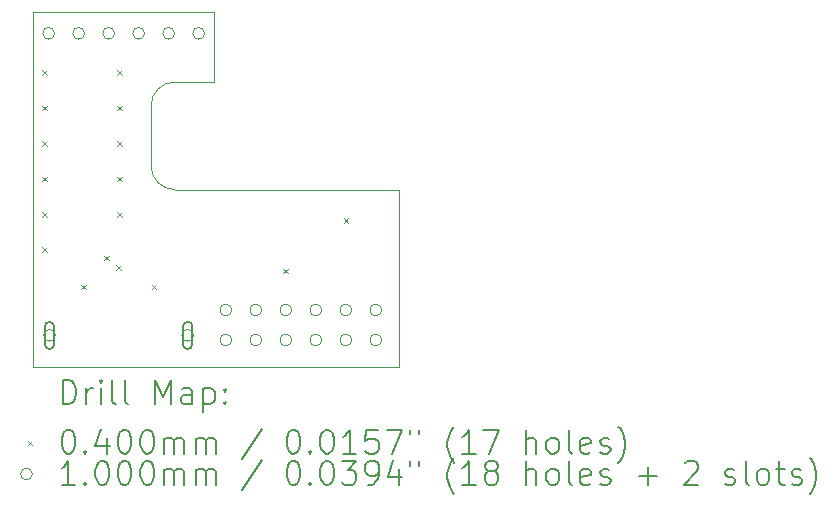
<source format=gbr>
%FSLAX45Y45*%
G04 Gerber Fmt 4.5, Leading zero omitted, Abs format (unit mm)*
G04 Created by KiCad (PCBNEW (6.0.4)) date 2022-03-24 17:43:12*
%MOMM*%
%LPD*%
G01*
G04 APERTURE LIST*
%TA.AperFunction,Profile*%
%ADD10C,0.100000*%
%TD*%
%ADD11C,0.200000*%
%ADD12C,0.040000*%
%ADD13C,0.100000*%
G04 APERTURE END LIST*
D10*
X14750000Y-10750000D02*
X14750000Y-11250000D01*
X14750000Y-10350000D02*
X14750000Y-9110000D01*
X16280000Y-8250000D02*
X14750000Y-8250000D01*
X15950000Y-9750000D02*
X17850000Y-9750000D01*
X15950000Y-8840000D02*
X16280000Y-8840000D01*
X16280000Y-8840000D02*
X16280000Y-8250000D01*
X15950000Y-8840000D02*
G75*
G03*
X15750000Y-9040000I0J-200000D01*
G01*
X14750000Y-11250000D02*
X17850000Y-11250000D01*
X17850000Y-11250000D02*
X17850000Y-9750000D01*
X15750000Y-9040000D02*
X15750000Y-9550000D01*
X15750000Y-9550000D02*
G75*
G03*
X15950000Y-9750000I200000J0D01*
G01*
X14750000Y-8710000D02*
X14750000Y-8250000D01*
X14750000Y-8710000D02*
X14750000Y-9110000D01*
X14750000Y-10350000D02*
X14750000Y-10750000D01*
D11*
D12*
X14830000Y-8740000D02*
X14870000Y-8780000D01*
X14870000Y-8740000D02*
X14830000Y-8780000D01*
X14830000Y-9040000D02*
X14870000Y-9080000D01*
X14870000Y-9040000D02*
X14830000Y-9080000D01*
X14830000Y-9340000D02*
X14870000Y-9380000D01*
X14870000Y-9340000D02*
X14830000Y-9380000D01*
X14830000Y-9640000D02*
X14870000Y-9680000D01*
X14870000Y-9640000D02*
X14830000Y-9680000D01*
X14830000Y-9940000D02*
X14870000Y-9980000D01*
X14870000Y-9940000D02*
X14830000Y-9980000D01*
X14830000Y-10240000D02*
X14870000Y-10280000D01*
X14870000Y-10240000D02*
X14830000Y-10280000D01*
X15155000Y-10555000D02*
X15195000Y-10595000D01*
X15195000Y-10555000D02*
X15155000Y-10595000D01*
X15355000Y-10309800D02*
X15395000Y-10349800D01*
X15395000Y-10309800D02*
X15355000Y-10349800D01*
X15455000Y-10387600D02*
X15495000Y-10427600D01*
X15495000Y-10387600D02*
X15455000Y-10427600D01*
X15460000Y-8740000D02*
X15500000Y-8780000D01*
X15500000Y-8740000D02*
X15460000Y-8780000D01*
X15460000Y-9040000D02*
X15500000Y-9080000D01*
X15500000Y-9040000D02*
X15460000Y-9080000D01*
X15460000Y-9340000D02*
X15500000Y-9380000D01*
X15500000Y-9340000D02*
X15460000Y-9380000D01*
X15460000Y-9640000D02*
X15500000Y-9680000D01*
X15500000Y-9640000D02*
X15460000Y-9680000D01*
X15460000Y-9940000D02*
X15500000Y-9980000D01*
X15500000Y-9940000D02*
X15460000Y-9980000D01*
X15755000Y-10555000D02*
X15795000Y-10595000D01*
X15795000Y-10555000D02*
X15755000Y-10595000D01*
X16870000Y-10420000D02*
X16910000Y-10460000D01*
X16910000Y-10420000D02*
X16870000Y-10460000D01*
X17380000Y-9990000D02*
X17420000Y-10030000D01*
X17420000Y-9990000D02*
X17380000Y-10030000D01*
D13*
X14933000Y-8428000D02*
G75*
G03*
X14933000Y-8428000I-50000J0D01*
G01*
X14940000Y-10985000D02*
G75*
G03*
X14940000Y-10985000I-50000J0D01*
G01*
D11*
X14850000Y-10910000D02*
X14850000Y-11060000D01*
X14930000Y-10910000D02*
X14930000Y-11060000D01*
X14850000Y-11060000D02*
G75*
G03*
X14930000Y-11060000I40000J0D01*
G01*
X14930000Y-10910000D02*
G75*
G03*
X14850000Y-10910000I-40000J0D01*
G01*
D13*
X15187000Y-8428000D02*
G75*
G03*
X15187000Y-8428000I-50000J0D01*
G01*
X15441000Y-8428000D02*
G75*
G03*
X15441000Y-8428000I-50000J0D01*
G01*
X15695000Y-8428000D02*
G75*
G03*
X15695000Y-8428000I-50000J0D01*
G01*
X15949000Y-8428000D02*
G75*
G03*
X15949000Y-8428000I-50000J0D01*
G01*
X16110000Y-10985000D02*
G75*
G03*
X16110000Y-10985000I-50000J0D01*
G01*
D11*
X16020000Y-10910000D02*
X16020000Y-11060000D01*
X16100000Y-10910000D02*
X16100000Y-11060000D01*
X16020000Y-11060000D02*
G75*
G03*
X16100000Y-11060000I40000J0D01*
G01*
X16100000Y-10910000D02*
G75*
G03*
X16020000Y-10910000I-40000J0D01*
G01*
D13*
X16203000Y-8428000D02*
G75*
G03*
X16203000Y-8428000I-50000J0D01*
G01*
X16433000Y-10769600D02*
G75*
G03*
X16433000Y-10769600I-50000J0D01*
G01*
X16433000Y-11023600D02*
G75*
G03*
X16433000Y-11023600I-50000J0D01*
G01*
X16687000Y-10769600D02*
G75*
G03*
X16687000Y-10769600I-50000J0D01*
G01*
X16687000Y-11023600D02*
G75*
G03*
X16687000Y-11023600I-50000J0D01*
G01*
X16941000Y-10769600D02*
G75*
G03*
X16941000Y-10769600I-50000J0D01*
G01*
X16941000Y-11023600D02*
G75*
G03*
X16941000Y-11023600I-50000J0D01*
G01*
X17195000Y-10769600D02*
G75*
G03*
X17195000Y-10769600I-50000J0D01*
G01*
X17195000Y-11023600D02*
G75*
G03*
X17195000Y-11023600I-50000J0D01*
G01*
X17449000Y-10769600D02*
G75*
G03*
X17449000Y-10769600I-50000J0D01*
G01*
X17449000Y-11023600D02*
G75*
G03*
X17449000Y-11023600I-50000J0D01*
G01*
X17703000Y-10769600D02*
G75*
G03*
X17703000Y-10769600I-50000J0D01*
G01*
X17703000Y-11023600D02*
G75*
G03*
X17703000Y-11023600I-50000J0D01*
G01*
D11*
X15002619Y-11565476D02*
X15002619Y-11365476D01*
X15050238Y-11365476D01*
X15078809Y-11375000D01*
X15097857Y-11394048D01*
X15107381Y-11413095D01*
X15116905Y-11451190D01*
X15116905Y-11479762D01*
X15107381Y-11517857D01*
X15097857Y-11536905D01*
X15078809Y-11555952D01*
X15050238Y-11565476D01*
X15002619Y-11565476D01*
X15202619Y-11565476D02*
X15202619Y-11432143D01*
X15202619Y-11470238D02*
X15212143Y-11451190D01*
X15221667Y-11441667D01*
X15240714Y-11432143D01*
X15259762Y-11432143D01*
X15326428Y-11565476D02*
X15326428Y-11432143D01*
X15326428Y-11365476D02*
X15316905Y-11375000D01*
X15326428Y-11384524D01*
X15335952Y-11375000D01*
X15326428Y-11365476D01*
X15326428Y-11384524D01*
X15450238Y-11565476D02*
X15431190Y-11555952D01*
X15421667Y-11536905D01*
X15421667Y-11365476D01*
X15555000Y-11565476D02*
X15535952Y-11555952D01*
X15526428Y-11536905D01*
X15526428Y-11365476D01*
X15783571Y-11565476D02*
X15783571Y-11365476D01*
X15850238Y-11508333D01*
X15916905Y-11365476D01*
X15916905Y-11565476D01*
X16097857Y-11565476D02*
X16097857Y-11460714D01*
X16088333Y-11441667D01*
X16069286Y-11432143D01*
X16031190Y-11432143D01*
X16012143Y-11441667D01*
X16097857Y-11555952D02*
X16078809Y-11565476D01*
X16031190Y-11565476D01*
X16012143Y-11555952D01*
X16002619Y-11536905D01*
X16002619Y-11517857D01*
X16012143Y-11498809D01*
X16031190Y-11489286D01*
X16078809Y-11489286D01*
X16097857Y-11479762D01*
X16193095Y-11432143D02*
X16193095Y-11632143D01*
X16193095Y-11441667D02*
X16212143Y-11432143D01*
X16250238Y-11432143D01*
X16269286Y-11441667D01*
X16278809Y-11451190D01*
X16288333Y-11470238D01*
X16288333Y-11527381D01*
X16278809Y-11546428D01*
X16269286Y-11555952D01*
X16250238Y-11565476D01*
X16212143Y-11565476D01*
X16193095Y-11555952D01*
X16374048Y-11546428D02*
X16383571Y-11555952D01*
X16374048Y-11565476D01*
X16364524Y-11555952D01*
X16374048Y-11546428D01*
X16374048Y-11565476D01*
X16374048Y-11441667D02*
X16383571Y-11451190D01*
X16374048Y-11460714D01*
X16364524Y-11451190D01*
X16374048Y-11441667D01*
X16374048Y-11460714D01*
D12*
X14705000Y-11875000D02*
X14745000Y-11915000D01*
X14745000Y-11875000D02*
X14705000Y-11915000D01*
D11*
X15040714Y-11785476D02*
X15059762Y-11785476D01*
X15078809Y-11795000D01*
X15088333Y-11804524D01*
X15097857Y-11823571D01*
X15107381Y-11861667D01*
X15107381Y-11909286D01*
X15097857Y-11947381D01*
X15088333Y-11966428D01*
X15078809Y-11975952D01*
X15059762Y-11985476D01*
X15040714Y-11985476D01*
X15021667Y-11975952D01*
X15012143Y-11966428D01*
X15002619Y-11947381D01*
X14993095Y-11909286D01*
X14993095Y-11861667D01*
X15002619Y-11823571D01*
X15012143Y-11804524D01*
X15021667Y-11795000D01*
X15040714Y-11785476D01*
X15193095Y-11966428D02*
X15202619Y-11975952D01*
X15193095Y-11985476D01*
X15183571Y-11975952D01*
X15193095Y-11966428D01*
X15193095Y-11985476D01*
X15374048Y-11852143D02*
X15374048Y-11985476D01*
X15326428Y-11775952D02*
X15278809Y-11918809D01*
X15402619Y-11918809D01*
X15516905Y-11785476D02*
X15535952Y-11785476D01*
X15555000Y-11795000D01*
X15564524Y-11804524D01*
X15574048Y-11823571D01*
X15583571Y-11861667D01*
X15583571Y-11909286D01*
X15574048Y-11947381D01*
X15564524Y-11966428D01*
X15555000Y-11975952D01*
X15535952Y-11985476D01*
X15516905Y-11985476D01*
X15497857Y-11975952D01*
X15488333Y-11966428D01*
X15478809Y-11947381D01*
X15469286Y-11909286D01*
X15469286Y-11861667D01*
X15478809Y-11823571D01*
X15488333Y-11804524D01*
X15497857Y-11795000D01*
X15516905Y-11785476D01*
X15707381Y-11785476D02*
X15726428Y-11785476D01*
X15745476Y-11795000D01*
X15755000Y-11804524D01*
X15764524Y-11823571D01*
X15774048Y-11861667D01*
X15774048Y-11909286D01*
X15764524Y-11947381D01*
X15755000Y-11966428D01*
X15745476Y-11975952D01*
X15726428Y-11985476D01*
X15707381Y-11985476D01*
X15688333Y-11975952D01*
X15678809Y-11966428D01*
X15669286Y-11947381D01*
X15659762Y-11909286D01*
X15659762Y-11861667D01*
X15669286Y-11823571D01*
X15678809Y-11804524D01*
X15688333Y-11795000D01*
X15707381Y-11785476D01*
X15859762Y-11985476D02*
X15859762Y-11852143D01*
X15859762Y-11871190D02*
X15869286Y-11861667D01*
X15888333Y-11852143D01*
X15916905Y-11852143D01*
X15935952Y-11861667D01*
X15945476Y-11880714D01*
X15945476Y-11985476D01*
X15945476Y-11880714D02*
X15955000Y-11861667D01*
X15974048Y-11852143D01*
X16002619Y-11852143D01*
X16021667Y-11861667D01*
X16031190Y-11880714D01*
X16031190Y-11985476D01*
X16126428Y-11985476D02*
X16126428Y-11852143D01*
X16126428Y-11871190D02*
X16135952Y-11861667D01*
X16155000Y-11852143D01*
X16183571Y-11852143D01*
X16202619Y-11861667D01*
X16212143Y-11880714D01*
X16212143Y-11985476D01*
X16212143Y-11880714D02*
X16221667Y-11861667D01*
X16240714Y-11852143D01*
X16269286Y-11852143D01*
X16288333Y-11861667D01*
X16297857Y-11880714D01*
X16297857Y-11985476D01*
X16688333Y-11775952D02*
X16516905Y-12033095D01*
X16945476Y-11785476D02*
X16964524Y-11785476D01*
X16983571Y-11795000D01*
X16993095Y-11804524D01*
X17002619Y-11823571D01*
X17012143Y-11861667D01*
X17012143Y-11909286D01*
X17002619Y-11947381D01*
X16993095Y-11966428D01*
X16983571Y-11975952D01*
X16964524Y-11985476D01*
X16945476Y-11985476D01*
X16926429Y-11975952D01*
X16916905Y-11966428D01*
X16907381Y-11947381D01*
X16897857Y-11909286D01*
X16897857Y-11861667D01*
X16907381Y-11823571D01*
X16916905Y-11804524D01*
X16926429Y-11795000D01*
X16945476Y-11785476D01*
X17097857Y-11966428D02*
X17107381Y-11975952D01*
X17097857Y-11985476D01*
X17088333Y-11975952D01*
X17097857Y-11966428D01*
X17097857Y-11985476D01*
X17231190Y-11785476D02*
X17250238Y-11785476D01*
X17269286Y-11795000D01*
X17278810Y-11804524D01*
X17288333Y-11823571D01*
X17297857Y-11861667D01*
X17297857Y-11909286D01*
X17288333Y-11947381D01*
X17278810Y-11966428D01*
X17269286Y-11975952D01*
X17250238Y-11985476D01*
X17231190Y-11985476D01*
X17212143Y-11975952D01*
X17202619Y-11966428D01*
X17193095Y-11947381D01*
X17183571Y-11909286D01*
X17183571Y-11861667D01*
X17193095Y-11823571D01*
X17202619Y-11804524D01*
X17212143Y-11795000D01*
X17231190Y-11785476D01*
X17488333Y-11985476D02*
X17374048Y-11985476D01*
X17431190Y-11985476D02*
X17431190Y-11785476D01*
X17412143Y-11814048D01*
X17393095Y-11833095D01*
X17374048Y-11842619D01*
X17669286Y-11785476D02*
X17574048Y-11785476D01*
X17564524Y-11880714D01*
X17574048Y-11871190D01*
X17593095Y-11861667D01*
X17640714Y-11861667D01*
X17659762Y-11871190D01*
X17669286Y-11880714D01*
X17678810Y-11899762D01*
X17678810Y-11947381D01*
X17669286Y-11966428D01*
X17659762Y-11975952D01*
X17640714Y-11985476D01*
X17593095Y-11985476D01*
X17574048Y-11975952D01*
X17564524Y-11966428D01*
X17745476Y-11785476D02*
X17878810Y-11785476D01*
X17793095Y-11985476D01*
X17945476Y-11785476D02*
X17945476Y-11823571D01*
X18021667Y-11785476D02*
X18021667Y-11823571D01*
X18316905Y-12061667D02*
X18307381Y-12052143D01*
X18288333Y-12023571D01*
X18278810Y-12004524D01*
X18269286Y-11975952D01*
X18259762Y-11928333D01*
X18259762Y-11890238D01*
X18269286Y-11842619D01*
X18278810Y-11814048D01*
X18288333Y-11795000D01*
X18307381Y-11766428D01*
X18316905Y-11756905D01*
X18497857Y-11985476D02*
X18383571Y-11985476D01*
X18440714Y-11985476D02*
X18440714Y-11785476D01*
X18421667Y-11814048D01*
X18402619Y-11833095D01*
X18383571Y-11842619D01*
X18564524Y-11785476D02*
X18697857Y-11785476D01*
X18612143Y-11985476D01*
X18926429Y-11985476D02*
X18926429Y-11785476D01*
X19012143Y-11985476D02*
X19012143Y-11880714D01*
X19002619Y-11861667D01*
X18983571Y-11852143D01*
X18955000Y-11852143D01*
X18935952Y-11861667D01*
X18926429Y-11871190D01*
X19135952Y-11985476D02*
X19116905Y-11975952D01*
X19107381Y-11966428D01*
X19097857Y-11947381D01*
X19097857Y-11890238D01*
X19107381Y-11871190D01*
X19116905Y-11861667D01*
X19135952Y-11852143D01*
X19164524Y-11852143D01*
X19183571Y-11861667D01*
X19193095Y-11871190D01*
X19202619Y-11890238D01*
X19202619Y-11947381D01*
X19193095Y-11966428D01*
X19183571Y-11975952D01*
X19164524Y-11985476D01*
X19135952Y-11985476D01*
X19316905Y-11985476D02*
X19297857Y-11975952D01*
X19288333Y-11956905D01*
X19288333Y-11785476D01*
X19469286Y-11975952D02*
X19450238Y-11985476D01*
X19412143Y-11985476D01*
X19393095Y-11975952D01*
X19383571Y-11956905D01*
X19383571Y-11880714D01*
X19393095Y-11861667D01*
X19412143Y-11852143D01*
X19450238Y-11852143D01*
X19469286Y-11861667D01*
X19478810Y-11880714D01*
X19478810Y-11899762D01*
X19383571Y-11918809D01*
X19555000Y-11975952D02*
X19574048Y-11985476D01*
X19612143Y-11985476D01*
X19631190Y-11975952D01*
X19640714Y-11956905D01*
X19640714Y-11947381D01*
X19631190Y-11928333D01*
X19612143Y-11918809D01*
X19583571Y-11918809D01*
X19564524Y-11909286D01*
X19555000Y-11890238D01*
X19555000Y-11880714D01*
X19564524Y-11861667D01*
X19583571Y-11852143D01*
X19612143Y-11852143D01*
X19631190Y-11861667D01*
X19707381Y-12061667D02*
X19716905Y-12052143D01*
X19735952Y-12023571D01*
X19745476Y-12004524D01*
X19755000Y-11975952D01*
X19764524Y-11928333D01*
X19764524Y-11890238D01*
X19755000Y-11842619D01*
X19745476Y-11814048D01*
X19735952Y-11795000D01*
X19716905Y-11766428D01*
X19707381Y-11756905D01*
D13*
X14745000Y-12159000D02*
G75*
G03*
X14745000Y-12159000I-50000J0D01*
G01*
D11*
X15107381Y-12249476D02*
X14993095Y-12249476D01*
X15050238Y-12249476D02*
X15050238Y-12049476D01*
X15031190Y-12078048D01*
X15012143Y-12097095D01*
X14993095Y-12106619D01*
X15193095Y-12230428D02*
X15202619Y-12239952D01*
X15193095Y-12249476D01*
X15183571Y-12239952D01*
X15193095Y-12230428D01*
X15193095Y-12249476D01*
X15326428Y-12049476D02*
X15345476Y-12049476D01*
X15364524Y-12059000D01*
X15374048Y-12068524D01*
X15383571Y-12087571D01*
X15393095Y-12125667D01*
X15393095Y-12173286D01*
X15383571Y-12211381D01*
X15374048Y-12230428D01*
X15364524Y-12239952D01*
X15345476Y-12249476D01*
X15326428Y-12249476D01*
X15307381Y-12239952D01*
X15297857Y-12230428D01*
X15288333Y-12211381D01*
X15278809Y-12173286D01*
X15278809Y-12125667D01*
X15288333Y-12087571D01*
X15297857Y-12068524D01*
X15307381Y-12059000D01*
X15326428Y-12049476D01*
X15516905Y-12049476D02*
X15535952Y-12049476D01*
X15555000Y-12059000D01*
X15564524Y-12068524D01*
X15574048Y-12087571D01*
X15583571Y-12125667D01*
X15583571Y-12173286D01*
X15574048Y-12211381D01*
X15564524Y-12230428D01*
X15555000Y-12239952D01*
X15535952Y-12249476D01*
X15516905Y-12249476D01*
X15497857Y-12239952D01*
X15488333Y-12230428D01*
X15478809Y-12211381D01*
X15469286Y-12173286D01*
X15469286Y-12125667D01*
X15478809Y-12087571D01*
X15488333Y-12068524D01*
X15497857Y-12059000D01*
X15516905Y-12049476D01*
X15707381Y-12049476D02*
X15726428Y-12049476D01*
X15745476Y-12059000D01*
X15755000Y-12068524D01*
X15764524Y-12087571D01*
X15774048Y-12125667D01*
X15774048Y-12173286D01*
X15764524Y-12211381D01*
X15755000Y-12230428D01*
X15745476Y-12239952D01*
X15726428Y-12249476D01*
X15707381Y-12249476D01*
X15688333Y-12239952D01*
X15678809Y-12230428D01*
X15669286Y-12211381D01*
X15659762Y-12173286D01*
X15659762Y-12125667D01*
X15669286Y-12087571D01*
X15678809Y-12068524D01*
X15688333Y-12059000D01*
X15707381Y-12049476D01*
X15859762Y-12249476D02*
X15859762Y-12116143D01*
X15859762Y-12135190D02*
X15869286Y-12125667D01*
X15888333Y-12116143D01*
X15916905Y-12116143D01*
X15935952Y-12125667D01*
X15945476Y-12144714D01*
X15945476Y-12249476D01*
X15945476Y-12144714D02*
X15955000Y-12125667D01*
X15974048Y-12116143D01*
X16002619Y-12116143D01*
X16021667Y-12125667D01*
X16031190Y-12144714D01*
X16031190Y-12249476D01*
X16126428Y-12249476D02*
X16126428Y-12116143D01*
X16126428Y-12135190D02*
X16135952Y-12125667D01*
X16155000Y-12116143D01*
X16183571Y-12116143D01*
X16202619Y-12125667D01*
X16212143Y-12144714D01*
X16212143Y-12249476D01*
X16212143Y-12144714D02*
X16221667Y-12125667D01*
X16240714Y-12116143D01*
X16269286Y-12116143D01*
X16288333Y-12125667D01*
X16297857Y-12144714D01*
X16297857Y-12249476D01*
X16688333Y-12039952D02*
X16516905Y-12297095D01*
X16945476Y-12049476D02*
X16964524Y-12049476D01*
X16983571Y-12059000D01*
X16993095Y-12068524D01*
X17002619Y-12087571D01*
X17012143Y-12125667D01*
X17012143Y-12173286D01*
X17002619Y-12211381D01*
X16993095Y-12230428D01*
X16983571Y-12239952D01*
X16964524Y-12249476D01*
X16945476Y-12249476D01*
X16926429Y-12239952D01*
X16916905Y-12230428D01*
X16907381Y-12211381D01*
X16897857Y-12173286D01*
X16897857Y-12125667D01*
X16907381Y-12087571D01*
X16916905Y-12068524D01*
X16926429Y-12059000D01*
X16945476Y-12049476D01*
X17097857Y-12230428D02*
X17107381Y-12239952D01*
X17097857Y-12249476D01*
X17088333Y-12239952D01*
X17097857Y-12230428D01*
X17097857Y-12249476D01*
X17231190Y-12049476D02*
X17250238Y-12049476D01*
X17269286Y-12059000D01*
X17278810Y-12068524D01*
X17288333Y-12087571D01*
X17297857Y-12125667D01*
X17297857Y-12173286D01*
X17288333Y-12211381D01*
X17278810Y-12230428D01*
X17269286Y-12239952D01*
X17250238Y-12249476D01*
X17231190Y-12249476D01*
X17212143Y-12239952D01*
X17202619Y-12230428D01*
X17193095Y-12211381D01*
X17183571Y-12173286D01*
X17183571Y-12125667D01*
X17193095Y-12087571D01*
X17202619Y-12068524D01*
X17212143Y-12059000D01*
X17231190Y-12049476D01*
X17364524Y-12049476D02*
X17488333Y-12049476D01*
X17421667Y-12125667D01*
X17450238Y-12125667D01*
X17469286Y-12135190D01*
X17478810Y-12144714D01*
X17488333Y-12163762D01*
X17488333Y-12211381D01*
X17478810Y-12230428D01*
X17469286Y-12239952D01*
X17450238Y-12249476D01*
X17393095Y-12249476D01*
X17374048Y-12239952D01*
X17364524Y-12230428D01*
X17583571Y-12249476D02*
X17621667Y-12249476D01*
X17640714Y-12239952D01*
X17650238Y-12230428D01*
X17669286Y-12201857D01*
X17678810Y-12163762D01*
X17678810Y-12087571D01*
X17669286Y-12068524D01*
X17659762Y-12059000D01*
X17640714Y-12049476D01*
X17602619Y-12049476D01*
X17583571Y-12059000D01*
X17574048Y-12068524D01*
X17564524Y-12087571D01*
X17564524Y-12135190D01*
X17574048Y-12154238D01*
X17583571Y-12163762D01*
X17602619Y-12173286D01*
X17640714Y-12173286D01*
X17659762Y-12163762D01*
X17669286Y-12154238D01*
X17678810Y-12135190D01*
X17850238Y-12116143D02*
X17850238Y-12249476D01*
X17802619Y-12039952D02*
X17755000Y-12182809D01*
X17878810Y-12182809D01*
X17945476Y-12049476D02*
X17945476Y-12087571D01*
X18021667Y-12049476D02*
X18021667Y-12087571D01*
X18316905Y-12325667D02*
X18307381Y-12316143D01*
X18288333Y-12287571D01*
X18278810Y-12268524D01*
X18269286Y-12239952D01*
X18259762Y-12192333D01*
X18259762Y-12154238D01*
X18269286Y-12106619D01*
X18278810Y-12078048D01*
X18288333Y-12059000D01*
X18307381Y-12030428D01*
X18316905Y-12020905D01*
X18497857Y-12249476D02*
X18383571Y-12249476D01*
X18440714Y-12249476D02*
X18440714Y-12049476D01*
X18421667Y-12078048D01*
X18402619Y-12097095D01*
X18383571Y-12106619D01*
X18612143Y-12135190D02*
X18593095Y-12125667D01*
X18583571Y-12116143D01*
X18574048Y-12097095D01*
X18574048Y-12087571D01*
X18583571Y-12068524D01*
X18593095Y-12059000D01*
X18612143Y-12049476D01*
X18650238Y-12049476D01*
X18669286Y-12059000D01*
X18678810Y-12068524D01*
X18688333Y-12087571D01*
X18688333Y-12097095D01*
X18678810Y-12116143D01*
X18669286Y-12125667D01*
X18650238Y-12135190D01*
X18612143Y-12135190D01*
X18593095Y-12144714D01*
X18583571Y-12154238D01*
X18574048Y-12173286D01*
X18574048Y-12211381D01*
X18583571Y-12230428D01*
X18593095Y-12239952D01*
X18612143Y-12249476D01*
X18650238Y-12249476D01*
X18669286Y-12239952D01*
X18678810Y-12230428D01*
X18688333Y-12211381D01*
X18688333Y-12173286D01*
X18678810Y-12154238D01*
X18669286Y-12144714D01*
X18650238Y-12135190D01*
X18926429Y-12249476D02*
X18926429Y-12049476D01*
X19012143Y-12249476D02*
X19012143Y-12144714D01*
X19002619Y-12125667D01*
X18983571Y-12116143D01*
X18955000Y-12116143D01*
X18935952Y-12125667D01*
X18926429Y-12135190D01*
X19135952Y-12249476D02*
X19116905Y-12239952D01*
X19107381Y-12230428D01*
X19097857Y-12211381D01*
X19097857Y-12154238D01*
X19107381Y-12135190D01*
X19116905Y-12125667D01*
X19135952Y-12116143D01*
X19164524Y-12116143D01*
X19183571Y-12125667D01*
X19193095Y-12135190D01*
X19202619Y-12154238D01*
X19202619Y-12211381D01*
X19193095Y-12230428D01*
X19183571Y-12239952D01*
X19164524Y-12249476D01*
X19135952Y-12249476D01*
X19316905Y-12249476D02*
X19297857Y-12239952D01*
X19288333Y-12220905D01*
X19288333Y-12049476D01*
X19469286Y-12239952D02*
X19450238Y-12249476D01*
X19412143Y-12249476D01*
X19393095Y-12239952D01*
X19383571Y-12220905D01*
X19383571Y-12144714D01*
X19393095Y-12125667D01*
X19412143Y-12116143D01*
X19450238Y-12116143D01*
X19469286Y-12125667D01*
X19478810Y-12144714D01*
X19478810Y-12163762D01*
X19383571Y-12182809D01*
X19555000Y-12239952D02*
X19574048Y-12249476D01*
X19612143Y-12249476D01*
X19631190Y-12239952D01*
X19640714Y-12220905D01*
X19640714Y-12211381D01*
X19631190Y-12192333D01*
X19612143Y-12182809D01*
X19583571Y-12182809D01*
X19564524Y-12173286D01*
X19555000Y-12154238D01*
X19555000Y-12144714D01*
X19564524Y-12125667D01*
X19583571Y-12116143D01*
X19612143Y-12116143D01*
X19631190Y-12125667D01*
X19878810Y-12173286D02*
X20031190Y-12173286D01*
X19955000Y-12249476D02*
X19955000Y-12097095D01*
X20269286Y-12068524D02*
X20278810Y-12059000D01*
X20297857Y-12049476D01*
X20345476Y-12049476D01*
X20364524Y-12059000D01*
X20374048Y-12068524D01*
X20383571Y-12087571D01*
X20383571Y-12106619D01*
X20374048Y-12135190D01*
X20259762Y-12249476D01*
X20383571Y-12249476D01*
X20612143Y-12239952D02*
X20631190Y-12249476D01*
X20669286Y-12249476D01*
X20688333Y-12239952D01*
X20697857Y-12220905D01*
X20697857Y-12211381D01*
X20688333Y-12192333D01*
X20669286Y-12182809D01*
X20640714Y-12182809D01*
X20621667Y-12173286D01*
X20612143Y-12154238D01*
X20612143Y-12144714D01*
X20621667Y-12125667D01*
X20640714Y-12116143D01*
X20669286Y-12116143D01*
X20688333Y-12125667D01*
X20812143Y-12249476D02*
X20793095Y-12239952D01*
X20783571Y-12220905D01*
X20783571Y-12049476D01*
X20916905Y-12249476D02*
X20897857Y-12239952D01*
X20888333Y-12230428D01*
X20878810Y-12211381D01*
X20878810Y-12154238D01*
X20888333Y-12135190D01*
X20897857Y-12125667D01*
X20916905Y-12116143D01*
X20945476Y-12116143D01*
X20964524Y-12125667D01*
X20974048Y-12135190D01*
X20983571Y-12154238D01*
X20983571Y-12211381D01*
X20974048Y-12230428D01*
X20964524Y-12239952D01*
X20945476Y-12249476D01*
X20916905Y-12249476D01*
X21040714Y-12116143D02*
X21116905Y-12116143D01*
X21069286Y-12049476D02*
X21069286Y-12220905D01*
X21078810Y-12239952D01*
X21097857Y-12249476D01*
X21116905Y-12249476D01*
X21174048Y-12239952D02*
X21193095Y-12249476D01*
X21231190Y-12249476D01*
X21250238Y-12239952D01*
X21259762Y-12220905D01*
X21259762Y-12211381D01*
X21250238Y-12192333D01*
X21231190Y-12182809D01*
X21202619Y-12182809D01*
X21183571Y-12173286D01*
X21174048Y-12154238D01*
X21174048Y-12144714D01*
X21183571Y-12125667D01*
X21202619Y-12116143D01*
X21231190Y-12116143D01*
X21250238Y-12125667D01*
X21326429Y-12325667D02*
X21335952Y-12316143D01*
X21355000Y-12287571D01*
X21364524Y-12268524D01*
X21374048Y-12239952D01*
X21383571Y-12192333D01*
X21383571Y-12154238D01*
X21374048Y-12106619D01*
X21364524Y-12078048D01*
X21355000Y-12059000D01*
X21335952Y-12030428D01*
X21326429Y-12020905D01*
M02*

</source>
